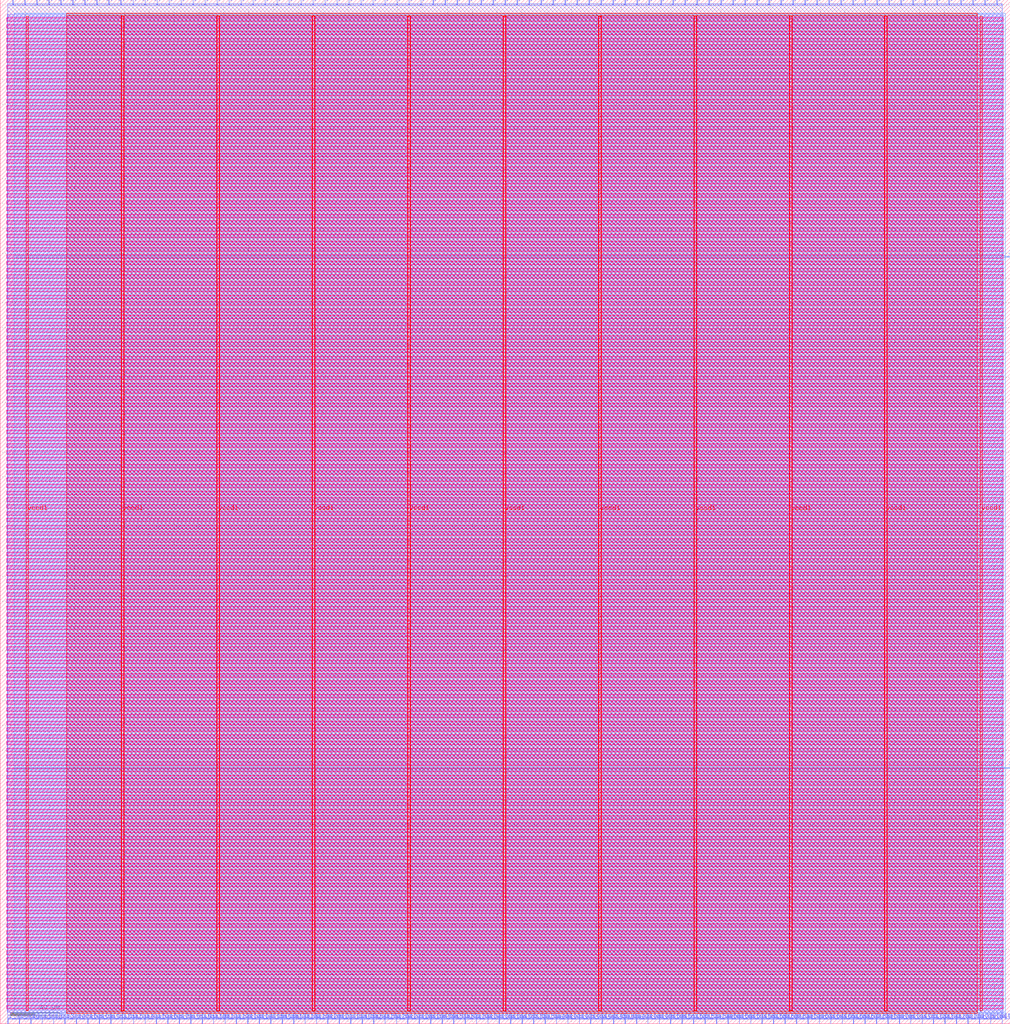
<source format=lef>
VERSION 5.7 ;
  NOWIREEXTENSIONATPIN ON ;
  DIVIDERCHAR "/" ;
  BUSBITCHARS "[]" ;
MACRO dcache_ram
  CLASS BLOCK ;
  FOREIGN dcache_ram ;
  ORIGIN 0.000 0.000 ;
  SIZE 813.040 BY 823.760 ;
  PIN i_addr[0]
    DIRECTION INPUT ;
    USE SIGNAL ;
    PORT
      LAYER met2 ;
        RECT 6.070 0.000 6.350 4.000 ;
    END
  END i_addr[0]
  PIN i_addr[1]
    DIRECTION INPUT ;
    USE SIGNAL ;
    PORT
      LAYER met2 ;
        RECT 15.270 0.000 15.550 4.000 ;
    END
  END i_addr[1]
  PIN i_addr[2]
    DIRECTION INPUT ;
    USE SIGNAL ;
    PORT
      LAYER met2 ;
        RECT 24.470 0.000 24.750 4.000 ;
    END
  END i_addr[2]
  PIN i_addr[3]
    DIRECTION INPUT ;
    USE SIGNAL ;
    PORT
      LAYER met2 ;
        RECT 33.670 0.000 33.950 4.000 ;
    END
  END i_addr[3]
  PIN i_addr[4]
    DIRECTION INPUT ;
    USE SIGNAL ;
    PORT
      LAYER met2 ;
        RECT 42.870 0.000 43.150 4.000 ;
    END
  END i_addr[4]
  PIN i_addr[5]
    DIRECTION INPUT ;
    USE SIGNAL ;
    PORT
      LAYER met2 ;
        RECT 52.070 0.000 52.350 4.000 ;
    END
  END i_addr[5]
  PIN i_clk
    DIRECTION INPUT ;
    USE SIGNAL ;
    PORT
      LAYER met3 ;
        RECT 809.040 205.400 813.040 206.000 ;
    END
  END i_clk
  PIN i_data[0]
    DIRECTION INPUT ;
    USE SIGNAL ;
    PORT
      LAYER met2 ;
        RECT 61.270 0.000 61.550 4.000 ;
    END
  END i_data[0]
  PIN i_data[10]
    DIRECTION INPUT ;
    USE SIGNAL ;
    PORT
      LAYER met2 ;
        RECT 153.270 0.000 153.550 4.000 ;
    END
  END i_data[10]
  PIN i_data[11]
    DIRECTION INPUT ;
    USE SIGNAL ;
    PORT
      LAYER met2 ;
        RECT 162.470 0.000 162.750 4.000 ;
    END
  END i_data[11]
  PIN i_data[12]
    DIRECTION INPUT ;
    USE SIGNAL ;
    PORT
      LAYER met2 ;
        RECT 171.670 0.000 171.950 4.000 ;
    END
  END i_data[12]
  PIN i_data[13]
    DIRECTION INPUT ;
    USE SIGNAL ;
    PORT
      LAYER met2 ;
        RECT 180.870 0.000 181.150 4.000 ;
    END
  END i_data[13]
  PIN i_data[14]
    DIRECTION INPUT ;
    USE SIGNAL ;
    PORT
      LAYER met2 ;
        RECT 190.070 0.000 190.350 4.000 ;
    END
  END i_data[14]
  PIN i_data[15]
    DIRECTION INPUT ;
    USE SIGNAL ;
    PORT
      LAYER met2 ;
        RECT 199.270 0.000 199.550 4.000 ;
    END
  END i_data[15]
  PIN i_data[16]
    DIRECTION INPUT ;
    USE SIGNAL ;
    PORT
      LAYER met2 ;
        RECT 208.470 0.000 208.750 4.000 ;
    END
  END i_data[16]
  PIN i_data[17]
    DIRECTION INPUT ;
    USE SIGNAL ;
    PORT
      LAYER met2 ;
        RECT 217.670 0.000 217.950 4.000 ;
    END
  END i_data[17]
  PIN i_data[18]
    DIRECTION INPUT ;
    USE SIGNAL ;
    PORT
      LAYER met2 ;
        RECT 226.870 0.000 227.150 4.000 ;
    END
  END i_data[18]
  PIN i_data[19]
    DIRECTION INPUT ;
    USE SIGNAL ;
    PORT
      LAYER met2 ;
        RECT 236.070 0.000 236.350 4.000 ;
    END
  END i_data[19]
  PIN i_data[1]
    DIRECTION INPUT ;
    USE SIGNAL ;
    PORT
      LAYER met2 ;
        RECT 70.470 0.000 70.750 4.000 ;
    END
  END i_data[1]
  PIN i_data[20]
    DIRECTION INPUT ;
    USE SIGNAL ;
    PORT
      LAYER met2 ;
        RECT 245.270 0.000 245.550 4.000 ;
    END
  END i_data[20]
  PIN i_data[21]
    DIRECTION INPUT ;
    USE SIGNAL ;
    PORT
      LAYER met2 ;
        RECT 254.470 0.000 254.750 4.000 ;
    END
  END i_data[21]
  PIN i_data[22]
    DIRECTION INPUT ;
    USE SIGNAL ;
    PORT
      LAYER met2 ;
        RECT 263.670 0.000 263.950 4.000 ;
    END
  END i_data[22]
  PIN i_data[23]
    DIRECTION INPUT ;
    USE SIGNAL ;
    PORT
      LAYER met2 ;
        RECT 272.870 0.000 273.150 4.000 ;
    END
  END i_data[23]
  PIN i_data[24]
    DIRECTION INPUT ;
    USE SIGNAL ;
    PORT
      LAYER met2 ;
        RECT 282.070 0.000 282.350 4.000 ;
    END
  END i_data[24]
  PIN i_data[25]
    DIRECTION INPUT ;
    USE SIGNAL ;
    PORT
      LAYER met2 ;
        RECT 291.270 0.000 291.550 4.000 ;
    END
  END i_data[25]
  PIN i_data[26]
    DIRECTION INPUT ;
    USE SIGNAL ;
    PORT
      LAYER met2 ;
        RECT 300.470 0.000 300.750 4.000 ;
    END
  END i_data[26]
  PIN i_data[27]
    DIRECTION INPUT ;
    USE SIGNAL ;
    PORT
      LAYER met2 ;
        RECT 309.670 0.000 309.950 4.000 ;
    END
  END i_data[27]
  PIN i_data[28]
    DIRECTION INPUT ;
    USE SIGNAL ;
    PORT
      LAYER met2 ;
        RECT 318.870 0.000 319.150 4.000 ;
    END
  END i_data[28]
  PIN i_data[29]
    DIRECTION INPUT ;
    USE SIGNAL ;
    PORT
      LAYER met2 ;
        RECT 328.070 0.000 328.350 4.000 ;
    END
  END i_data[29]
  PIN i_data[2]
    DIRECTION INPUT ;
    USE SIGNAL ;
    PORT
      LAYER met2 ;
        RECT 79.670 0.000 79.950 4.000 ;
    END
  END i_data[2]
  PIN i_data[30]
    DIRECTION INPUT ;
    USE SIGNAL ;
    PORT
      LAYER met2 ;
        RECT 337.270 0.000 337.550 4.000 ;
    END
  END i_data[30]
  PIN i_data[31]
    DIRECTION INPUT ;
    USE SIGNAL ;
    PORT
      LAYER met2 ;
        RECT 346.470 0.000 346.750 4.000 ;
    END
  END i_data[31]
  PIN i_data[32]
    DIRECTION INPUT ;
    USE SIGNAL ;
    PORT
      LAYER met2 ;
        RECT 355.670 0.000 355.950 4.000 ;
    END
  END i_data[32]
  PIN i_data[33]
    DIRECTION INPUT ;
    USE SIGNAL ;
    PORT
      LAYER met2 ;
        RECT 364.870 0.000 365.150 4.000 ;
    END
  END i_data[33]
  PIN i_data[34]
    DIRECTION INPUT ;
    USE SIGNAL ;
    PORT
      LAYER met2 ;
        RECT 374.070 0.000 374.350 4.000 ;
    END
  END i_data[34]
  PIN i_data[35]
    DIRECTION INPUT ;
    USE SIGNAL ;
    PORT
      LAYER met2 ;
        RECT 383.270 0.000 383.550 4.000 ;
    END
  END i_data[35]
  PIN i_data[36]
    DIRECTION INPUT ;
    USE SIGNAL ;
    PORT
      LAYER met2 ;
        RECT 392.470 0.000 392.750 4.000 ;
    END
  END i_data[36]
  PIN i_data[37]
    DIRECTION INPUT ;
    USE SIGNAL ;
    PORT
      LAYER met2 ;
        RECT 401.670 0.000 401.950 4.000 ;
    END
  END i_data[37]
  PIN i_data[38]
    DIRECTION INPUT ;
    USE SIGNAL ;
    PORT
      LAYER met2 ;
        RECT 410.870 0.000 411.150 4.000 ;
    END
  END i_data[38]
  PIN i_data[39]
    DIRECTION INPUT ;
    USE SIGNAL ;
    PORT
      LAYER met2 ;
        RECT 420.070 0.000 420.350 4.000 ;
    END
  END i_data[39]
  PIN i_data[3]
    DIRECTION INPUT ;
    USE SIGNAL ;
    PORT
      LAYER met2 ;
        RECT 88.870 0.000 89.150 4.000 ;
    END
  END i_data[3]
  PIN i_data[40]
    DIRECTION INPUT ;
    USE SIGNAL ;
    PORT
      LAYER met2 ;
        RECT 429.270 0.000 429.550 4.000 ;
    END
  END i_data[40]
  PIN i_data[41]
    DIRECTION INPUT ;
    USE SIGNAL ;
    PORT
      LAYER met2 ;
        RECT 438.470 0.000 438.750 4.000 ;
    END
  END i_data[41]
  PIN i_data[42]
    DIRECTION INPUT ;
    USE SIGNAL ;
    PORT
      LAYER met2 ;
        RECT 447.670 0.000 447.950 4.000 ;
    END
  END i_data[42]
  PIN i_data[43]
    DIRECTION INPUT ;
    USE SIGNAL ;
    PORT
      LAYER met2 ;
        RECT 456.870 0.000 457.150 4.000 ;
    END
  END i_data[43]
  PIN i_data[44]
    DIRECTION INPUT ;
    USE SIGNAL ;
    PORT
      LAYER met2 ;
        RECT 466.070 0.000 466.350 4.000 ;
    END
  END i_data[44]
  PIN i_data[45]
    DIRECTION INPUT ;
    USE SIGNAL ;
    PORT
      LAYER met2 ;
        RECT 475.270 0.000 475.550 4.000 ;
    END
  END i_data[45]
  PIN i_data[46]
    DIRECTION INPUT ;
    USE SIGNAL ;
    PORT
      LAYER met2 ;
        RECT 484.470 0.000 484.750 4.000 ;
    END
  END i_data[46]
  PIN i_data[47]
    DIRECTION INPUT ;
    USE SIGNAL ;
    PORT
      LAYER met2 ;
        RECT 493.670 0.000 493.950 4.000 ;
    END
  END i_data[47]
  PIN i_data[48]
    DIRECTION INPUT ;
    USE SIGNAL ;
    PORT
      LAYER met2 ;
        RECT 502.870 0.000 503.150 4.000 ;
    END
  END i_data[48]
  PIN i_data[49]
    DIRECTION INPUT ;
    USE SIGNAL ;
    PORT
      LAYER met2 ;
        RECT 512.070 0.000 512.350 4.000 ;
    END
  END i_data[49]
  PIN i_data[4]
    DIRECTION INPUT ;
    USE SIGNAL ;
    PORT
      LAYER met2 ;
        RECT 98.070 0.000 98.350 4.000 ;
    END
  END i_data[4]
  PIN i_data[50]
    DIRECTION INPUT ;
    USE SIGNAL ;
    PORT
      LAYER met2 ;
        RECT 521.270 0.000 521.550 4.000 ;
    END
  END i_data[50]
  PIN i_data[51]
    DIRECTION INPUT ;
    USE SIGNAL ;
    PORT
      LAYER met2 ;
        RECT 530.470 0.000 530.750 4.000 ;
    END
  END i_data[51]
  PIN i_data[52]
    DIRECTION INPUT ;
    USE SIGNAL ;
    PORT
      LAYER met2 ;
        RECT 539.670 0.000 539.950 4.000 ;
    END
  END i_data[52]
  PIN i_data[53]
    DIRECTION INPUT ;
    USE SIGNAL ;
    PORT
      LAYER met2 ;
        RECT 548.870 0.000 549.150 4.000 ;
    END
  END i_data[53]
  PIN i_data[54]
    DIRECTION INPUT ;
    USE SIGNAL ;
    PORT
      LAYER met2 ;
        RECT 558.070 0.000 558.350 4.000 ;
    END
  END i_data[54]
  PIN i_data[55]
    DIRECTION INPUT ;
    USE SIGNAL ;
    PORT
      LAYER met2 ;
        RECT 567.270 0.000 567.550 4.000 ;
    END
  END i_data[55]
  PIN i_data[56]
    DIRECTION INPUT ;
    USE SIGNAL ;
    PORT
      LAYER met2 ;
        RECT 576.470 0.000 576.750 4.000 ;
    END
  END i_data[56]
  PIN i_data[57]
    DIRECTION INPUT ;
    USE SIGNAL ;
    PORT
      LAYER met2 ;
        RECT 585.670 0.000 585.950 4.000 ;
    END
  END i_data[57]
  PIN i_data[58]
    DIRECTION INPUT ;
    USE SIGNAL ;
    PORT
      LAYER met2 ;
        RECT 594.870 0.000 595.150 4.000 ;
    END
  END i_data[58]
  PIN i_data[59]
    DIRECTION INPUT ;
    USE SIGNAL ;
    PORT
      LAYER met2 ;
        RECT 604.070 0.000 604.350 4.000 ;
    END
  END i_data[59]
  PIN i_data[5]
    DIRECTION INPUT ;
    USE SIGNAL ;
    PORT
      LAYER met2 ;
        RECT 107.270 0.000 107.550 4.000 ;
    END
  END i_data[5]
  PIN i_data[60]
    DIRECTION INPUT ;
    USE SIGNAL ;
    PORT
      LAYER met2 ;
        RECT 613.270 0.000 613.550 4.000 ;
    END
  END i_data[60]
  PIN i_data[61]
    DIRECTION INPUT ;
    USE SIGNAL ;
    PORT
      LAYER met2 ;
        RECT 622.470 0.000 622.750 4.000 ;
    END
  END i_data[61]
  PIN i_data[62]
    DIRECTION INPUT ;
    USE SIGNAL ;
    PORT
      LAYER met2 ;
        RECT 631.670 0.000 631.950 4.000 ;
    END
  END i_data[62]
  PIN i_data[63]
    DIRECTION INPUT ;
    USE SIGNAL ;
    PORT
      LAYER met2 ;
        RECT 640.870 0.000 641.150 4.000 ;
    END
  END i_data[63]
  PIN i_data[64]
    DIRECTION INPUT ;
    USE SIGNAL ;
    PORT
      LAYER met2 ;
        RECT 650.070 0.000 650.350 4.000 ;
    END
  END i_data[64]
  PIN i_data[65]
    DIRECTION INPUT ;
    USE SIGNAL ;
    PORT
      LAYER met2 ;
        RECT 659.270 0.000 659.550 4.000 ;
    END
  END i_data[65]
  PIN i_data[66]
    DIRECTION INPUT ;
    USE SIGNAL ;
    PORT
      LAYER met2 ;
        RECT 668.470 0.000 668.750 4.000 ;
    END
  END i_data[66]
  PIN i_data[67]
    DIRECTION INPUT ;
    USE SIGNAL ;
    PORT
      LAYER met2 ;
        RECT 677.670 0.000 677.950 4.000 ;
    END
  END i_data[67]
  PIN i_data[68]
    DIRECTION INPUT ;
    USE SIGNAL ;
    PORT
      LAYER met2 ;
        RECT 686.870 0.000 687.150 4.000 ;
    END
  END i_data[68]
  PIN i_data[69]
    DIRECTION INPUT ;
    USE SIGNAL ;
    PORT
      LAYER met2 ;
        RECT 696.070 0.000 696.350 4.000 ;
    END
  END i_data[69]
  PIN i_data[6]
    DIRECTION INPUT ;
    USE SIGNAL ;
    PORT
      LAYER met2 ;
        RECT 116.470 0.000 116.750 4.000 ;
    END
  END i_data[6]
  PIN i_data[70]
    DIRECTION INPUT ;
    USE SIGNAL ;
    PORT
      LAYER met2 ;
        RECT 705.270 0.000 705.550 4.000 ;
    END
  END i_data[70]
  PIN i_data[71]
    DIRECTION INPUT ;
    USE SIGNAL ;
    PORT
      LAYER met2 ;
        RECT 714.470 0.000 714.750 4.000 ;
    END
  END i_data[71]
  PIN i_data[72]
    DIRECTION INPUT ;
    USE SIGNAL ;
    PORT
      LAYER met2 ;
        RECT 723.670 0.000 723.950 4.000 ;
    END
  END i_data[72]
  PIN i_data[73]
    DIRECTION INPUT ;
    USE SIGNAL ;
    PORT
      LAYER met2 ;
        RECT 732.870 0.000 733.150 4.000 ;
    END
  END i_data[73]
  PIN i_data[74]
    DIRECTION INPUT ;
    USE SIGNAL ;
    PORT
      LAYER met2 ;
        RECT 742.070 0.000 742.350 4.000 ;
    END
  END i_data[74]
  PIN i_data[75]
    DIRECTION INPUT ;
    USE SIGNAL ;
    PORT
      LAYER met2 ;
        RECT 751.270 0.000 751.550 4.000 ;
    END
  END i_data[75]
  PIN i_data[76]
    DIRECTION INPUT ;
    USE SIGNAL ;
    PORT
      LAYER met2 ;
        RECT 760.470 0.000 760.750 4.000 ;
    END
  END i_data[76]
  PIN i_data[77]
    DIRECTION INPUT ;
    USE SIGNAL ;
    PORT
      LAYER met2 ;
        RECT 769.670 0.000 769.950 4.000 ;
    END
  END i_data[77]
  PIN i_data[78]
    DIRECTION INPUT ;
    USE SIGNAL ;
    PORT
      LAYER met2 ;
        RECT 778.870 0.000 779.150 4.000 ;
    END
  END i_data[78]
  PIN i_data[79]
    DIRECTION INPUT ;
    USE SIGNAL ;
    PORT
      LAYER met2 ;
        RECT 788.070 0.000 788.350 4.000 ;
    END
  END i_data[79]
  PIN i_data[7]
    DIRECTION INPUT ;
    USE SIGNAL ;
    PORT
      LAYER met2 ;
        RECT 125.670 0.000 125.950 4.000 ;
    END
  END i_data[7]
  PIN i_data[80]
    DIRECTION INPUT ;
    USE SIGNAL ;
    PORT
      LAYER met2 ;
        RECT 797.270 0.000 797.550 4.000 ;
    END
  END i_data[80]
  PIN i_data[81]
    DIRECTION INPUT ;
    USE SIGNAL ;
    PORT
      LAYER met2 ;
        RECT 806.470 0.000 806.750 4.000 ;
    END
  END i_data[81]
  PIN i_data[8]
    DIRECTION INPUT ;
    USE SIGNAL ;
    PORT
      LAYER met2 ;
        RECT 134.870 0.000 135.150 4.000 ;
    END
  END i_data[8]
  PIN i_data[9]
    DIRECTION INPUT ;
    USE SIGNAL ;
    PORT
      LAYER met2 ;
        RECT 144.070 0.000 144.350 4.000 ;
    END
  END i_data[9]
  PIN i_rst
    DIRECTION INPUT ;
    USE SIGNAL ;
    PORT
      LAYER met3 ;
        RECT 809.040 616.800 813.040 617.400 ;
    END
  END i_rst
  PIN i_we
    DIRECTION INPUT ;
    USE SIGNAL ;
    PORT
      LAYER met2 ;
        RECT 802.330 819.760 802.610 823.760 ;
    END
  END i_we
  PIN o_data[0]
    DIRECTION OUTPUT TRISTATE ;
    USE SIGNAL ;
    PORT
      LAYER met2 ;
        RECT 10.210 819.760 10.490 823.760 ;
    END
  END o_data[0]
  PIN o_data[10]
    DIRECTION OUTPUT TRISTATE ;
    USE SIGNAL ;
    PORT
      LAYER met2 ;
        RECT 106.810 819.760 107.090 823.760 ;
    END
  END o_data[10]
  PIN o_data[11]
    DIRECTION OUTPUT TRISTATE ;
    USE SIGNAL ;
    PORT
      LAYER met2 ;
        RECT 116.470 819.760 116.750 823.760 ;
    END
  END o_data[11]
  PIN o_data[12]
    DIRECTION OUTPUT TRISTATE ;
    USE SIGNAL ;
    PORT
      LAYER met2 ;
        RECT 126.130 819.760 126.410 823.760 ;
    END
  END o_data[12]
  PIN o_data[13]
    DIRECTION OUTPUT TRISTATE ;
    USE SIGNAL ;
    PORT
      LAYER met2 ;
        RECT 135.790 819.760 136.070 823.760 ;
    END
  END o_data[13]
  PIN o_data[14]
    DIRECTION OUTPUT TRISTATE ;
    USE SIGNAL ;
    PORT
      LAYER met2 ;
        RECT 145.450 819.760 145.730 823.760 ;
    END
  END o_data[14]
  PIN o_data[15]
    DIRECTION OUTPUT TRISTATE ;
    USE SIGNAL ;
    PORT
      LAYER met2 ;
        RECT 155.110 819.760 155.390 823.760 ;
    END
  END o_data[15]
  PIN o_data[16]
    DIRECTION OUTPUT TRISTATE ;
    USE SIGNAL ;
    PORT
      LAYER met2 ;
        RECT 164.770 819.760 165.050 823.760 ;
    END
  END o_data[16]
  PIN o_data[17]
    DIRECTION OUTPUT TRISTATE ;
    USE SIGNAL ;
    PORT
      LAYER met2 ;
        RECT 174.430 819.760 174.710 823.760 ;
    END
  END o_data[17]
  PIN o_data[18]
    DIRECTION OUTPUT TRISTATE ;
    USE SIGNAL ;
    PORT
      LAYER met2 ;
        RECT 184.090 819.760 184.370 823.760 ;
    END
  END o_data[18]
  PIN o_data[19]
    DIRECTION OUTPUT TRISTATE ;
    USE SIGNAL ;
    PORT
      LAYER met2 ;
        RECT 193.750 819.760 194.030 823.760 ;
    END
  END o_data[19]
  PIN o_data[1]
    DIRECTION OUTPUT TRISTATE ;
    USE SIGNAL ;
    PORT
      LAYER met2 ;
        RECT 19.870 819.760 20.150 823.760 ;
    END
  END o_data[1]
  PIN o_data[20]
    DIRECTION OUTPUT TRISTATE ;
    USE SIGNAL ;
    PORT
      LAYER met2 ;
        RECT 203.410 819.760 203.690 823.760 ;
    END
  END o_data[20]
  PIN o_data[21]
    DIRECTION OUTPUT TRISTATE ;
    USE SIGNAL ;
    PORT
      LAYER met2 ;
        RECT 213.070 819.760 213.350 823.760 ;
    END
  END o_data[21]
  PIN o_data[22]
    DIRECTION OUTPUT TRISTATE ;
    USE SIGNAL ;
    PORT
      LAYER met2 ;
        RECT 222.730 819.760 223.010 823.760 ;
    END
  END o_data[22]
  PIN o_data[23]
    DIRECTION OUTPUT TRISTATE ;
    USE SIGNAL ;
    PORT
      LAYER met2 ;
        RECT 232.390 819.760 232.670 823.760 ;
    END
  END o_data[23]
  PIN o_data[24]
    DIRECTION OUTPUT TRISTATE ;
    USE SIGNAL ;
    PORT
      LAYER met2 ;
        RECT 242.050 819.760 242.330 823.760 ;
    END
  END o_data[24]
  PIN o_data[25]
    DIRECTION OUTPUT TRISTATE ;
    USE SIGNAL ;
    PORT
      LAYER met2 ;
        RECT 251.710 819.760 251.990 823.760 ;
    END
  END o_data[25]
  PIN o_data[26]
    DIRECTION OUTPUT TRISTATE ;
    USE SIGNAL ;
    PORT
      LAYER met2 ;
        RECT 261.370 819.760 261.650 823.760 ;
    END
  END o_data[26]
  PIN o_data[27]
    DIRECTION OUTPUT TRISTATE ;
    USE SIGNAL ;
    PORT
      LAYER met2 ;
        RECT 271.030 819.760 271.310 823.760 ;
    END
  END o_data[27]
  PIN o_data[28]
    DIRECTION OUTPUT TRISTATE ;
    USE SIGNAL ;
    PORT
      LAYER met2 ;
        RECT 280.690 819.760 280.970 823.760 ;
    END
  END o_data[28]
  PIN o_data[29]
    DIRECTION OUTPUT TRISTATE ;
    USE SIGNAL ;
    PORT
      LAYER met2 ;
        RECT 290.350 819.760 290.630 823.760 ;
    END
  END o_data[29]
  PIN o_data[2]
    DIRECTION OUTPUT TRISTATE ;
    USE SIGNAL ;
    PORT
      LAYER met2 ;
        RECT 29.530 819.760 29.810 823.760 ;
    END
  END o_data[2]
  PIN o_data[30]
    DIRECTION OUTPUT TRISTATE ;
    USE SIGNAL ;
    PORT
      LAYER met2 ;
        RECT 300.010 819.760 300.290 823.760 ;
    END
  END o_data[30]
  PIN o_data[31]
    DIRECTION OUTPUT TRISTATE ;
    USE SIGNAL ;
    PORT
      LAYER met2 ;
        RECT 309.670 819.760 309.950 823.760 ;
    END
  END o_data[31]
  PIN o_data[32]
    DIRECTION OUTPUT TRISTATE ;
    USE SIGNAL ;
    PORT
      LAYER met2 ;
        RECT 319.330 819.760 319.610 823.760 ;
    END
  END o_data[32]
  PIN o_data[33]
    DIRECTION OUTPUT TRISTATE ;
    USE SIGNAL ;
    PORT
      LAYER met2 ;
        RECT 328.990 819.760 329.270 823.760 ;
    END
  END o_data[33]
  PIN o_data[34]
    DIRECTION OUTPUT TRISTATE ;
    USE SIGNAL ;
    PORT
      LAYER met2 ;
        RECT 338.650 819.760 338.930 823.760 ;
    END
  END o_data[34]
  PIN o_data[35]
    DIRECTION OUTPUT TRISTATE ;
    USE SIGNAL ;
    PORT
      LAYER met2 ;
        RECT 348.310 819.760 348.590 823.760 ;
    END
  END o_data[35]
  PIN o_data[36]
    DIRECTION OUTPUT TRISTATE ;
    USE SIGNAL ;
    PORT
      LAYER met2 ;
        RECT 357.970 819.760 358.250 823.760 ;
    END
  END o_data[36]
  PIN o_data[37]
    DIRECTION OUTPUT TRISTATE ;
    USE SIGNAL ;
    PORT
      LAYER met2 ;
        RECT 367.630 819.760 367.910 823.760 ;
    END
  END o_data[37]
  PIN o_data[38]
    DIRECTION OUTPUT TRISTATE ;
    USE SIGNAL ;
    PORT
      LAYER met2 ;
        RECT 377.290 819.760 377.570 823.760 ;
    END
  END o_data[38]
  PIN o_data[39]
    DIRECTION OUTPUT TRISTATE ;
    USE SIGNAL ;
    PORT
      LAYER met2 ;
        RECT 386.950 819.760 387.230 823.760 ;
    END
  END o_data[39]
  PIN o_data[3]
    DIRECTION OUTPUT TRISTATE ;
    USE SIGNAL ;
    PORT
      LAYER met2 ;
        RECT 39.190 819.760 39.470 823.760 ;
    END
  END o_data[3]
  PIN o_data[40]
    DIRECTION OUTPUT TRISTATE ;
    USE SIGNAL ;
    PORT
      LAYER met2 ;
        RECT 396.610 819.760 396.890 823.760 ;
    END
  END o_data[40]
  PIN o_data[41]
    DIRECTION OUTPUT TRISTATE ;
    USE SIGNAL ;
    PORT
      LAYER met2 ;
        RECT 406.270 819.760 406.550 823.760 ;
    END
  END o_data[41]
  PIN o_data[42]
    DIRECTION OUTPUT TRISTATE ;
    USE SIGNAL ;
    PORT
      LAYER met2 ;
        RECT 415.930 819.760 416.210 823.760 ;
    END
  END o_data[42]
  PIN o_data[43]
    DIRECTION OUTPUT TRISTATE ;
    USE SIGNAL ;
    PORT
      LAYER met2 ;
        RECT 425.590 819.760 425.870 823.760 ;
    END
  END o_data[43]
  PIN o_data[44]
    DIRECTION OUTPUT TRISTATE ;
    USE SIGNAL ;
    PORT
      LAYER met2 ;
        RECT 435.250 819.760 435.530 823.760 ;
    END
  END o_data[44]
  PIN o_data[45]
    DIRECTION OUTPUT TRISTATE ;
    USE SIGNAL ;
    PORT
      LAYER met2 ;
        RECT 444.910 819.760 445.190 823.760 ;
    END
  END o_data[45]
  PIN o_data[46]
    DIRECTION OUTPUT TRISTATE ;
    USE SIGNAL ;
    PORT
      LAYER met2 ;
        RECT 454.570 819.760 454.850 823.760 ;
    END
  END o_data[46]
  PIN o_data[47]
    DIRECTION OUTPUT TRISTATE ;
    USE SIGNAL ;
    PORT
      LAYER met2 ;
        RECT 464.230 819.760 464.510 823.760 ;
    END
  END o_data[47]
  PIN o_data[48]
    DIRECTION OUTPUT TRISTATE ;
    USE SIGNAL ;
    PORT
      LAYER met2 ;
        RECT 473.890 819.760 474.170 823.760 ;
    END
  END o_data[48]
  PIN o_data[49]
    DIRECTION OUTPUT TRISTATE ;
    USE SIGNAL ;
    PORT
      LAYER met2 ;
        RECT 483.550 819.760 483.830 823.760 ;
    END
  END o_data[49]
  PIN o_data[4]
    DIRECTION OUTPUT TRISTATE ;
    USE SIGNAL ;
    PORT
      LAYER met2 ;
        RECT 48.850 819.760 49.130 823.760 ;
    END
  END o_data[4]
  PIN o_data[50]
    DIRECTION OUTPUT TRISTATE ;
    USE SIGNAL ;
    PORT
      LAYER met2 ;
        RECT 493.210 819.760 493.490 823.760 ;
    END
  END o_data[50]
  PIN o_data[51]
    DIRECTION OUTPUT TRISTATE ;
    USE SIGNAL ;
    PORT
      LAYER met2 ;
        RECT 502.870 819.760 503.150 823.760 ;
    END
  END o_data[51]
  PIN o_data[52]
    DIRECTION OUTPUT TRISTATE ;
    USE SIGNAL ;
    PORT
      LAYER met2 ;
        RECT 512.530 819.760 512.810 823.760 ;
    END
  END o_data[52]
  PIN o_data[53]
    DIRECTION OUTPUT TRISTATE ;
    USE SIGNAL ;
    PORT
      LAYER met2 ;
        RECT 522.190 819.760 522.470 823.760 ;
    END
  END o_data[53]
  PIN o_data[54]
    DIRECTION OUTPUT TRISTATE ;
    USE SIGNAL ;
    PORT
      LAYER met2 ;
        RECT 531.850 819.760 532.130 823.760 ;
    END
  END o_data[54]
  PIN o_data[55]
    DIRECTION OUTPUT TRISTATE ;
    USE SIGNAL ;
    PORT
      LAYER met2 ;
        RECT 541.510 819.760 541.790 823.760 ;
    END
  END o_data[55]
  PIN o_data[56]
    DIRECTION OUTPUT TRISTATE ;
    USE SIGNAL ;
    PORT
      LAYER met2 ;
        RECT 551.170 819.760 551.450 823.760 ;
    END
  END o_data[56]
  PIN o_data[57]
    DIRECTION OUTPUT TRISTATE ;
    USE SIGNAL ;
    PORT
      LAYER met2 ;
        RECT 560.830 819.760 561.110 823.760 ;
    END
  END o_data[57]
  PIN o_data[58]
    DIRECTION OUTPUT TRISTATE ;
    USE SIGNAL ;
    PORT
      LAYER met2 ;
        RECT 570.490 819.760 570.770 823.760 ;
    END
  END o_data[58]
  PIN o_data[59]
    DIRECTION OUTPUT TRISTATE ;
    USE SIGNAL ;
    PORT
      LAYER met2 ;
        RECT 580.150 819.760 580.430 823.760 ;
    END
  END o_data[59]
  PIN o_data[5]
    DIRECTION OUTPUT TRISTATE ;
    USE SIGNAL ;
    PORT
      LAYER met2 ;
        RECT 58.510 819.760 58.790 823.760 ;
    END
  END o_data[5]
  PIN o_data[60]
    DIRECTION OUTPUT TRISTATE ;
    USE SIGNAL ;
    PORT
      LAYER met2 ;
        RECT 589.810 819.760 590.090 823.760 ;
    END
  END o_data[60]
  PIN o_data[61]
    DIRECTION OUTPUT TRISTATE ;
    USE SIGNAL ;
    PORT
      LAYER met2 ;
        RECT 599.470 819.760 599.750 823.760 ;
    END
  END o_data[61]
  PIN o_data[62]
    DIRECTION OUTPUT TRISTATE ;
    USE SIGNAL ;
    PORT
      LAYER met2 ;
        RECT 609.130 819.760 609.410 823.760 ;
    END
  END o_data[62]
  PIN o_data[63]
    DIRECTION OUTPUT TRISTATE ;
    USE SIGNAL ;
    PORT
      LAYER met2 ;
        RECT 618.790 819.760 619.070 823.760 ;
    END
  END o_data[63]
  PIN o_data[64]
    DIRECTION OUTPUT TRISTATE ;
    USE SIGNAL ;
    PORT
      LAYER met2 ;
        RECT 628.450 819.760 628.730 823.760 ;
    END
  END o_data[64]
  PIN o_data[65]
    DIRECTION OUTPUT TRISTATE ;
    USE SIGNAL ;
    PORT
      LAYER met2 ;
        RECT 638.110 819.760 638.390 823.760 ;
    END
  END o_data[65]
  PIN o_data[66]
    DIRECTION OUTPUT TRISTATE ;
    USE SIGNAL ;
    PORT
      LAYER met2 ;
        RECT 647.770 819.760 648.050 823.760 ;
    END
  END o_data[66]
  PIN o_data[67]
    DIRECTION OUTPUT TRISTATE ;
    USE SIGNAL ;
    PORT
      LAYER met2 ;
        RECT 657.430 819.760 657.710 823.760 ;
    END
  END o_data[67]
  PIN o_data[68]
    DIRECTION OUTPUT TRISTATE ;
    USE SIGNAL ;
    PORT
      LAYER met2 ;
        RECT 667.090 819.760 667.370 823.760 ;
    END
  END o_data[68]
  PIN o_data[69]
    DIRECTION OUTPUT TRISTATE ;
    USE SIGNAL ;
    PORT
      LAYER met2 ;
        RECT 676.750 819.760 677.030 823.760 ;
    END
  END o_data[69]
  PIN o_data[6]
    DIRECTION OUTPUT TRISTATE ;
    USE SIGNAL ;
    PORT
      LAYER met2 ;
        RECT 68.170 819.760 68.450 823.760 ;
    END
  END o_data[6]
  PIN o_data[70]
    DIRECTION OUTPUT TRISTATE ;
    USE SIGNAL ;
    PORT
      LAYER met2 ;
        RECT 686.410 819.760 686.690 823.760 ;
    END
  END o_data[70]
  PIN o_data[71]
    DIRECTION OUTPUT TRISTATE ;
    USE SIGNAL ;
    PORT
      LAYER met2 ;
        RECT 696.070 819.760 696.350 823.760 ;
    END
  END o_data[71]
  PIN o_data[72]
    DIRECTION OUTPUT TRISTATE ;
    USE SIGNAL ;
    PORT
      LAYER met2 ;
        RECT 705.730 819.760 706.010 823.760 ;
    END
  END o_data[72]
  PIN o_data[73]
    DIRECTION OUTPUT TRISTATE ;
    USE SIGNAL ;
    PORT
      LAYER met2 ;
        RECT 715.390 819.760 715.670 823.760 ;
    END
  END o_data[73]
  PIN o_data[74]
    DIRECTION OUTPUT TRISTATE ;
    USE SIGNAL ;
    PORT
      LAYER met2 ;
        RECT 725.050 819.760 725.330 823.760 ;
    END
  END o_data[74]
  PIN o_data[75]
    DIRECTION OUTPUT TRISTATE ;
    USE SIGNAL ;
    PORT
      LAYER met2 ;
        RECT 734.710 819.760 734.990 823.760 ;
    END
  END o_data[75]
  PIN o_data[76]
    DIRECTION OUTPUT TRISTATE ;
    USE SIGNAL ;
    PORT
      LAYER met2 ;
        RECT 744.370 819.760 744.650 823.760 ;
    END
  END o_data[76]
  PIN o_data[77]
    DIRECTION OUTPUT TRISTATE ;
    USE SIGNAL ;
    PORT
      LAYER met2 ;
        RECT 754.030 819.760 754.310 823.760 ;
    END
  END o_data[77]
  PIN o_data[78]
    DIRECTION OUTPUT TRISTATE ;
    USE SIGNAL ;
    PORT
      LAYER met2 ;
        RECT 763.690 819.760 763.970 823.760 ;
    END
  END o_data[78]
  PIN o_data[79]
    DIRECTION OUTPUT TRISTATE ;
    USE SIGNAL ;
    PORT
      LAYER met2 ;
        RECT 773.350 819.760 773.630 823.760 ;
    END
  END o_data[79]
  PIN o_data[7]
    DIRECTION OUTPUT TRISTATE ;
    USE SIGNAL ;
    PORT
      LAYER met2 ;
        RECT 77.830 819.760 78.110 823.760 ;
    END
  END o_data[7]
  PIN o_data[80]
    DIRECTION OUTPUT TRISTATE ;
    USE SIGNAL ;
    PORT
      LAYER met2 ;
        RECT 783.010 819.760 783.290 823.760 ;
    END
  END o_data[80]
  PIN o_data[81]
    DIRECTION OUTPUT TRISTATE ;
    USE SIGNAL ;
    PORT
      LAYER met2 ;
        RECT 792.670 819.760 792.950 823.760 ;
    END
  END o_data[81]
  PIN o_data[8]
    DIRECTION OUTPUT TRISTATE ;
    USE SIGNAL ;
    PORT
      LAYER met2 ;
        RECT 87.490 819.760 87.770 823.760 ;
    END
  END o_data[8]
  PIN o_data[9]
    DIRECTION OUTPUT TRISTATE ;
    USE SIGNAL ;
    PORT
      LAYER met2 ;
        RECT 97.150 819.760 97.430 823.760 ;
    END
  END o_data[9]
  PIN vccd1
    DIRECTION INOUT ;
    USE POWER ;
    PORT
      LAYER met4 ;
        RECT 21.040 10.640 22.640 810.800 ;
    END
    PORT
      LAYER met4 ;
        RECT 174.640 10.640 176.240 810.800 ;
    END
    PORT
      LAYER met4 ;
        RECT 328.240 10.640 329.840 810.800 ;
    END
    PORT
      LAYER met4 ;
        RECT 481.840 10.640 483.440 810.800 ;
    END
    PORT
      LAYER met4 ;
        RECT 635.440 10.640 637.040 810.800 ;
    END
    PORT
      LAYER met4 ;
        RECT 789.040 10.640 790.640 810.800 ;
    END
  END vccd1
  PIN vssd1
    DIRECTION INOUT ;
    USE GROUND ;
    PORT
      LAYER met4 ;
        RECT 97.840 10.640 99.440 810.800 ;
    END
    PORT
      LAYER met4 ;
        RECT 251.440 10.640 253.040 810.800 ;
    END
    PORT
      LAYER met4 ;
        RECT 405.040 10.640 406.640 810.800 ;
    END
    PORT
      LAYER met4 ;
        RECT 558.640 10.640 560.240 810.800 ;
    END
    PORT
      LAYER met4 ;
        RECT 712.240 10.640 713.840 810.800 ;
    END
  END vssd1
  OBS
      LAYER nwell ;
        RECT 5.330 806.425 807.490 809.255 ;
        RECT 5.330 800.985 807.490 803.815 ;
        RECT 5.330 795.545 807.490 798.375 ;
        RECT 5.330 790.105 807.490 792.935 ;
        RECT 5.330 784.665 807.490 787.495 ;
        RECT 5.330 779.225 807.490 782.055 ;
        RECT 5.330 773.785 807.490 776.615 ;
        RECT 5.330 768.345 807.490 771.175 ;
        RECT 5.330 762.905 807.490 765.735 ;
        RECT 5.330 757.465 807.490 760.295 ;
        RECT 5.330 752.025 807.490 754.855 ;
        RECT 5.330 746.585 807.490 749.415 ;
        RECT 5.330 741.145 807.490 743.975 ;
        RECT 5.330 735.705 807.490 738.535 ;
        RECT 5.330 730.265 807.490 733.095 ;
        RECT 5.330 724.825 807.490 727.655 ;
        RECT 5.330 719.385 807.490 722.215 ;
        RECT 5.330 713.945 807.490 716.775 ;
        RECT 5.330 708.505 807.490 711.335 ;
        RECT 5.330 703.065 807.490 705.895 ;
        RECT 5.330 697.625 807.490 700.455 ;
        RECT 5.330 692.185 807.490 695.015 ;
        RECT 5.330 686.745 807.490 689.575 ;
        RECT 5.330 681.305 807.490 684.135 ;
        RECT 5.330 675.865 807.490 678.695 ;
        RECT 5.330 670.425 807.490 673.255 ;
        RECT 5.330 664.985 807.490 667.815 ;
        RECT 5.330 659.545 807.490 662.375 ;
        RECT 5.330 654.105 807.490 656.935 ;
        RECT 5.330 648.665 807.490 651.495 ;
        RECT 5.330 643.225 807.490 646.055 ;
        RECT 5.330 637.785 807.490 640.615 ;
        RECT 5.330 632.345 807.490 635.175 ;
        RECT 5.330 626.905 807.490 629.735 ;
        RECT 5.330 621.465 807.490 624.295 ;
        RECT 5.330 616.025 807.490 618.855 ;
        RECT 5.330 610.585 807.490 613.415 ;
        RECT 5.330 605.145 807.490 607.975 ;
        RECT 5.330 599.705 807.490 602.535 ;
        RECT 5.330 594.265 807.490 597.095 ;
        RECT 5.330 588.825 807.490 591.655 ;
        RECT 5.330 583.385 807.490 586.215 ;
        RECT 5.330 577.945 807.490 580.775 ;
        RECT 5.330 572.505 807.490 575.335 ;
        RECT 5.330 567.065 807.490 569.895 ;
        RECT 5.330 561.625 807.490 564.455 ;
        RECT 5.330 556.185 807.490 559.015 ;
        RECT 5.330 550.745 807.490 553.575 ;
        RECT 5.330 545.305 807.490 548.135 ;
        RECT 5.330 539.865 807.490 542.695 ;
        RECT 5.330 534.425 807.490 537.255 ;
        RECT 5.330 528.985 807.490 531.815 ;
        RECT 5.330 523.545 807.490 526.375 ;
        RECT 5.330 518.105 807.490 520.935 ;
        RECT 5.330 512.665 807.490 515.495 ;
        RECT 5.330 507.225 807.490 510.055 ;
        RECT 5.330 501.785 807.490 504.615 ;
        RECT 5.330 496.345 807.490 499.175 ;
        RECT 5.330 490.905 807.490 493.735 ;
        RECT 5.330 485.465 807.490 488.295 ;
        RECT 5.330 480.025 807.490 482.855 ;
        RECT 5.330 474.585 807.490 477.415 ;
        RECT 5.330 469.145 807.490 471.975 ;
        RECT 5.330 463.705 807.490 466.535 ;
        RECT 5.330 458.265 807.490 461.095 ;
        RECT 5.330 452.825 807.490 455.655 ;
        RECT 5.330 447.385 807.490 450.215 ;
        RECT 5.330 441.945 807.490 444.775 ;
        RECT 5.330 436.505 807.490 439.335 ;
        RECT 5.330 431.065 807.490 433.895 ;
        RECT 5.330 425.625 807.490 428.455 ;
        RECT 5.330 420.185 807.490 423.015 ;
        RECT 5.330 414.745 807.490 417.575 ;
        RECT 5.330 409.305 807.490 412.135 ;
        RECT 5.330 403.865 807.490 406.695 ;
        RECT 5.330 398.425 807.490 401.255 ;
        RECT 5.330 392.985 807.490 395.815 ;
        RECT 5.330 387.545 807.490 390.375 ;
        RECT 5.330 382.105 807.490 384.935 ;
        RECT 5.330 376.665 807.490 379.495 ;
        RECT 5.330 371.225 807.490 374.055 ;
        RECT 5.330 365.785 807.490 368.615 ;
        RECT 5.330 360.345 807.490 363.175 ;
        RECT 5.330 354.905 807.490 357.735 ;
        RECT 5.330 349.465 807.490 352.295 ;
        RECT 5.330 344.025 807.490 346.855 ;
        RECT 5.330 338.585 807.490 341.415 ;
        RECT 5.330 333.145 807.490 335.975 ;
        RECT 5.330 327.705 807.490 330.535 ;
        RECT 5.330 322.265 807.490 325.095 ;
        RECT 5.330 316.825 807.490 319.655 ;
        RECT 5.330 311.385 807.490 314.215 ;
        RECT 5.330 305.945 807.490 308.775 ;
        RECT 5.330 300.505 807.490 303.335 ;
        RECT 5.330 295.065 807.490 297.895 ;
        RECT 5.330 289.625 807.490 292.455 ;
        RECT 5.330 284.185 807.490 287.015 ;
        RECT 5.330 278.745 807.490 281.575 ;
        RECT 5.330 273.305 807.490 276.135 ;
        RECT 5.330 267.865 807.490 270.695 ;
        RECT 5.330 262.425 807.490 265.255 ;
        RECT 5.330 256.985 807.490 259.815 ;
        RECT 5.330 251.545 807.490 254.375 ;
        RECT 5.330 246.105 807.490 248.935 ;
        RECT 5.330 240.665 807.490 243.495 ;
        RECT 5.330 235.225 807.490 238.055 ;
        RECT 5.330 229.785 807.490 232.615 ;
        RECT 5.330 224.345 807.490 227.175 ;
        RECT 5.330 218.905 807.490 221.735 ;
        RECT 5.330 213.465 807.490 216.295 ;
        RECT 5.330 208.025 807.490 210.855 ;
        RECT 5.330 202.585 807.490 205.415 ;
        RECT 5.330 197.145 807.490 199.975 ;
        RECT 5.330 191.705 807.490 194.535 ;
        RECT 5.330 186.265 807.490 189.095 ;
        RECT 5.330 180.825 807.490 183.655 ;
        RECT 5.330 175.385 807.490 178.215 ;
        RECT 5.330 169.945 807.490 172.775 ;
        RECT 5.330 164.505 807.490 167.335 ;
        RECT 5.330 159.065 807.490 161.895 ;
        RECT 5.330 153.625 807.490 156.455 ;
        RECT 5.330 148.185 807.490 151.015 ;
        RECT 5.330 142.745 807.490 145.575 ;
        RECT 5.330 137.305 807.490 140.135 ;
        RECT 5.330 131.865 807.490 134.695 ;
        RECT 5.330 126.425 807.490 129.255 ;
        RECT 5.330 120.985 807.490 123.815 ;
        RECT 5.330 115.545 807.490 118.375 ;
        RECT 5.330 110.105 807.490 112.935 ;
        RECT 5.330 104.665 807.490 107.495 ;
        RECT 5.330 99.225 807.490 102.055 ;
        RECT 5.330 93.785 807.490 96.615 ;
        RECT 5.330 88.345 807.490 91.175 ;
        RECT 5.330 82.905 807.490 85.735 ;
        RECT 5.330 77.465 807.490 80.295 ;
        RECT 5.330 72.025 807.490 74.855 ;
        RECT 5.330 66.585 807.490 69.415 ;
        RECT 5.330 61.145 807.490 63.975 ;
        RECT 5.330 55.705 807.490 58.535 ;
        RECT 5.330 50.265 807.490 53.095 ;
        RECT 5.330 44.825 807.490 47.655 ;
        RECT 5.330 39.385 807.490 42.215 ;
        RECT 5.330 33.945 807.490 36.775 ;
        RECT 5.330 28.505 807.490 31.335 ;
        RECT 5.330 23.065 807.490 25.895 ;
        RECT 5.330 17.625 807.490 20.455 ;
        RECT 5.330 12.185 807.490 15.015 ;
      LAYER li1 ;
        RECT 5.520 10.795 807.300 810.645 ;
      LAYER met1 ;
        RECT 5.520 9.220 807.300 812.220 ;
      LAYER met2 ;
        RECT 6.140 819.480 9.930 820.490 ;
        RECT 10.770 819.480 19.590 820.490 ;
        RECT 20.430 819.480 29.250 820.490 ;
        RECT 30.090 819.480 38.910 820.490 ;
        RECT 39.750 819.480 48.570 820.490 ;
        RECT 49.410 819.480 58.230 820.490 ;
        RECT 59.070 819.480 67.890 820.490 ;
        RECT 68.730 819.480 77.550 820.490 ;
        RECT 78.390 819.480 87.210 820.490 ;
        RECT 88.050 819.480 96.870 820.490 ;
        RECT 97.710 819.480 106.530 820.490 ;
        RECT 107.370 819.480 116.190 820.490 ;
        RECT 117.030 819.480 125.850 820.490 ;
        RECT 126.690 819.480 135.510 820.490 ;
        RECT 136.350 819.480 145.170 820.490 ;
        RECT 146.010 819.480 154.830 820.490 ;
        RECT 155.670 819.480 164.490 820.490 ;
        RECT 165.330 819.480 174.150 820.490 ;
        RECT 174.990 819.480 183.810 820.490 ;
        RECT 184.650 819.480 193.470 820.490 ;
        RECT 194.310 819.480 203.130 820.490 ;
        RECT 203.970 819.480 212.790 820.490 ;
        RECT 213.630 819.480 222.450 820.490 ;
        RECT 223.290 819.480 232.110 820.490 ;
        RECT 232.950 819.480 241.770 820.490 ;
        RECT 242.610 819.480 251.430 820.490 ;
        RECT 252.270 819.480 261.090 820.490 ;
        RECT 261.930 819.480 270.750 820.490 ;
        RECT 271.590 819.480 280.410 820.490 ;
        RECT 281.250 819.480 290.070 820.490 ;
        RECT 290.910 819.480 299.730 820.490 ;
        RECT 300.570 819.480 309.390 820.490 ;
        RECT 310.230 819.480 319.050 820.490 ;
        RECT 319.890 819.480 328.710 820.490 ;
        RECT 329.550 819.480 338.370 820.490 ;
        RECT 339.210 819.480 348.030 820.490 ;
        RECT 348.870 819.480 357.690 820.490 ;
        RECT 358.530 819.480 367.350 820.490 ;
        RECT 368.190 819.480 377.010 820.490 ;
        RECT 377.850 819.480 386.670 820.490 ;
        RECT 387.510 819.480 396.330 820.490 ;
        RECT 397.170 819.480 405.990 820.490 ;
        RECT 406.830 819.480 415.650 820.490 ;
        RECT 416.490 819.480 425.310 820.490 ;
        RECT 426.150 819.480 434.970 820.490 ;
        RECT 435.810 819.480 444.630 820.490 ;
        RECT 445.470 819.480 454.290 820.490 ;
        RECT 455.130 819.480 463.950 820.490 ;
        RECT 464.790 819.480 473.610 820.490 ;
        RECT 474.450 819.480 483.270 820.490 ;
        RECT 484.110 819.480 492.930 820.490 ;
        RECT 493.770 819.480 502.590 820.490 ;
        RECT 503.430 819.480 512.250 820.490 ;
        RECT 513.090 819.480 521.910 820.490 ;
        RECT 522.750 819.480 531.570 820.490 ;
        RECT 532.410 819.480 541.230 820.490 ;
        RECT 542.070 819.480 550.890 820.490 ;
        RECT 551.730 819.480 560.550 820.490 ;
        RECT 561.390 819.480 570.210 820.490 ;
        RECT 571.050 819.480 579.870 820.490 ;
        RECT 580.710 819.480 589.530 820.490 ;
        RECT 590.370 819.480 599.190 820.490 ;
        RECT 600.030 819.480 608.850 820.490 ;
        RECT 609.690 819.480 618.510 820.490 ;
        RECT 619.350 819.480 628.170 820.490 ;
        RECT 629.010 819.480 637.830 820.490 ;
        RECT 638.670 819.480 647.490 820.490 ;
        RECT 648.330 819.480 657.150 820.490 ;
        RECT 657.990 819.480 666.810 820.490 ;
        RECT 667.650 819.480 676.470 820.490 ;
        RECT 677.310 819.480 686.130 820.490 ;
        RECT 686.970 819.480 695.790 820.490 ;
        RECT 696.630 819.480 705.450 820.490 ;
        RECT 706.290 819.480 715.110 820.490 ;
        RECT 715.950 819.480 724.770 820.490 ;
        RECT 725.610 819.480 734.430 820.490 ;
        RECT 735.270 819.480 744.090 820.490 ;
        RECT 744.930 819.480 753.750 820.490 ;
        RECT 754.590 819.480 763.410 820.490 ;
        RECT 764.250 819.480 773.070 820.490 ;
        RECT 773.910 819.480 782.730 820.490 ;
        RECT 783.570 819.480 792.390 820.490 ;
        RECT 793.230 819.480 802.050 820.490 ;
        RECT 802.890 819.480 806.740 820.490 ;
        RECT 6.140 4.280 806.740 819.480 ;
        RECT 6.630 3.670 14.990 4.280 ;
        RECT 15.830 3.670 24.190 4.280 ;
        RECT 25.030 3.670 33.390 4.280 ;
        RECT 34.230 3.670 42.590 4.280 ;
        RECT 43.430 3.670 51.790 4.280 ;
        RECT 52.630 3.670 60.990 4.280 ;
        RECT 61.830 3.670 70.190 4.280 ;
        RECT 71.030 3.670 79.390 4.280 ;
        RECT 80.230 3.670 88.590 4.280 ;
        RECT 89.430 3.670 97.790 4.280 ;
        RECT 98.630 3.670 106.990 4.280 ;
        RECT 107.830 3.670 116.190 4.280 ;
        RECT 117.030 3.670 125.390 4.280 ;
        RECT 126.230 3.670 134.590 4.280 ;
        RECT 135.430 3.670 143.790 4.280 ;
        RECT 144.630 3.670 152.990 4.280 ;
        RECT 153.830 3.670 162.190 4.280 ;
        RECT 163.030 3.670 171.390 4.280 ;
        RECT 172.230 3.670 180.590 4.280 ;
        RECT 181.430 3.670 189.790 4.280 ;
        RECT 190.630 3.670 198.990 4.280 ;
        RECT 199.830 3.670 208.190 4.280 ;
        RECT 209.030 3.670 217.390 4.280 ;
        RECT 218.230 3.670 226.590 4.280 ;
        RECT 227.430 3.670 235.790 4.280 ;
        RECT 236.630 3.670 244.990 4.280 ;
        RECT 245.830 3.670 254.190 4.280 ;
        RECT 255.030 3.670 263.390 4.280 ;
        RECT 264.230 3.670 272.590 4.280 ;
        RECT 273.430 3.670 281.790 4.280 ;
        RECT 282.630 3.670 290.990 4.280 ;
        RECT 291.830 3.670 300.190 4.280 ;
        RECT 301.030 3.670 309.390 4.280 ;
        RECT 310.230 3.670 318.590 4.280 ;
        RECT 319.430 3.670 327.790 4.280 ;
        RECT 328.630 3.670 336.990 4.280 ;
        RECT 337.830 3.670 346.190 4.280 ;
        RECT 347.030 3.670 355.390 4.280 ;
        RECT 356.230 3.670 364.590 4.280 ;
        RECT 365.430 3.670 373.790 4.280 ;
        RECT 374.630 3.670 382.990 4.280 ;
        RECT 383.830 3.670 392.190 4.280 ;
        RECT 393.030 3.670 401.390 4.280 ;
        RECT 402.230 3.670 410.590 4.280 ;
        RECT 411.430 3.670 419.790 4.280 ;
        RECT 420.630 3.670 428.990 4.280 ;
        RECT 429.830 3.670 438.190 4.280 ;
        RECT 439.030 3.670 447.390 4.280 ;
        RECT 448.230 3.670 456.590 4.280 ;
        RECT 457.430 3.670 465.790 4.280 ;
        RECT 466.630 3.670 474.990 4.280 ;
        RECT 475.830 3.670 484.190 4.280 ;
        RECT 485.030 3.670 493.390 4.280 ;
        RECT 494.230 3.670 502.590 4.280 ;
        RECT 503.430 3.670 511.790 4.280 ;
        RECT 512.630 3.670 520.990 4.280 ;
        RECT 521.830 3.670 530.190 4.280 ;
        RECT 531.030 3.670 539.390 4.280 ;
        RECT 540.230 3.670 548.590 4.280 ;
        RECT 549.430 3.670 557.790 4.280 ;
        RECT 558.630 3.670 566.990 4.280 ;
        RECT 567.830 3.670 576.190 4.280 ;
        RECT 577.030 3.670 585.390 4.280 ;
        RECT 586.230 3.670 594.590 4.280 ;
        RECT 595.430 3.670 603.790 4.280 ;
        RECT 604.630 3.670 612.990 4.280 ;
        RECT 613.830 3.670 622.190 4.280 ;
        RECT 623.030 3.670 631.390 4.280 ;
        RECT 632.230 3.670 640.590 4.280 ;
        RECT 641.430 3.670 649.790 4.280 ;
        RECT 650.630 3.670 658.990 4.280 ;
        RECT 659.830 3.670 668.190 4.280 ;
        RECT 669.030 3.670 677.390 4.280 ;
        RECT 678.230 3.670 686.590 4.280 ;
        RECT 687.430 3.670 695.790 4.280 ;
        RECT 696.630 3.670 704.990 4.280 ;
        RECT 705.830 3.670 714.190 4.280 ;
        RECT 715.030 3.670 723.390 4.280 ;
        RECT 724.230 3.670 732.590 4.280 ;
        RECT 733.430 3.670 741.790 4.280 ;
        RECT 742.630 3.670 750.990 4.280 ;
        RECT 751.830 3.670 760.190 4.280 ;
        RECT 761.030 3.670 769.390 4.280 ;
        RECT 770.230 3.670 778.590 4.280 ;
        RECT 779.430 3.670 787.790 4.280 ;
        RECT 788.630 3.670 796.990 4.280 ;
        RECT 797.830 3.670 806.190 4.280 ;
      LAYER met3 ;
        RECT 11.105 617.800 809.040 813.105 ;
        RECT 11.105 616.400 808.640 617.800 ;
        RECT 11.105 206.400 809.040 616.400 ;
        RECT 11.105 205.000 808.640 206.400 ;
        RECT 11.105 8.335 809.040 205.000 ;
      LAYER met4 ;
        RECT 53.655 811.200 786.305 813.105 ;
        RECT 53.655 10.240 97.440 811.200 ;
        RECT 99.840 10.240 174.240 811.200 ;
        RECT 176.640 10.240 251.040 811.200 ;
        RECT 253.440 10.240 327.840 811.200 ;
        RECT 330.240 10.240 404.640 811.200 ;
        RECT 407.040 10.240 481.440 811.200 ;
        RECT 483.840 10.240 558.240 811.200 ;
        RECT 560.640 10.240 635.040 811.200 ;
        RECT 637.440 10.240 711.840 811.200 ;
        RECT 714.240 10.240 786.305 811.200 ;
        RECT 53.655 8.335 786.305 10.240 ;
  END
END dcache_ram
END LIBRARY


</source>
